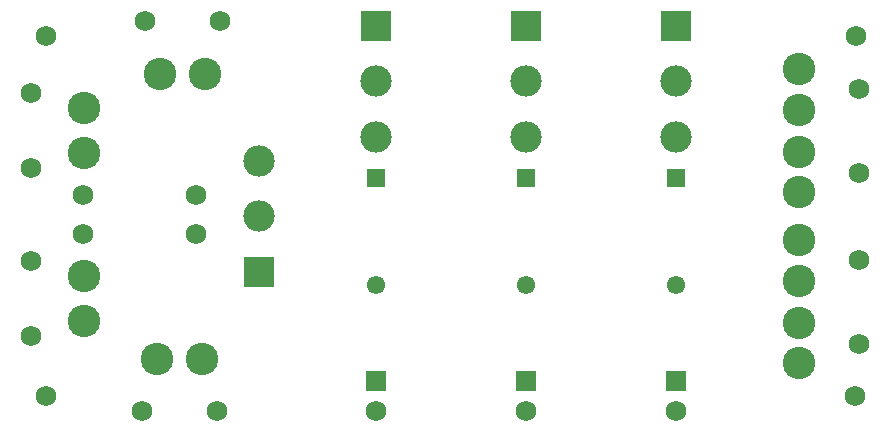
<source format=gbs>
G04*
G04 #@! TF.GenerationSoftware,Altium Limited,Altium Designer,21.2.2 (38)*
G04*
G04 Layer_Color=16711935*
%FSLAX24Y24*%
%MOIN*%
G70*
G04*
G04 #@! TF.SameCoordinates,143DD886-8BEB-4202-99AC-BBB6EA89E434*
G04*
G04*
G04 #@! TF.FilePolarity,Negative*
G04*
G01*
G75*
%ADD13C,0.1045*%
%ADD14R,0.1045X0.1045*%
%ADD15C,0.1080*%
%ADD16C,0.0680*%
%ADD17R,0.0611X0.0611*%
%ADD18C,0.0611*%
%ADD19C,0.0690*%
%ADD20R,0.0690X0.0690*%
D13*
X8600Y9350D02*
D03*
Y7500D02*
D03*
X22500Y10150D02*
D03*
Y12000D02*
D03*
X12500Y10150D02*
D03*
Y12000D02*
D03*
X17500Y10150D02*
D03*
Y12000D02*
D03*
D14*
X8600Y5650D02*
D03*
X22500Y13850D02*
D03*
X12500D02*
D03*
X17500D02*
D03*
D15*
X26600Y6700D02*
D03*
Y5350D02*
D03*
Y3950D02*
D03*
Y2600D02*
D03*
X5300Y12250D02*
D03*
X6800D02*
D03*
X2750Y9600D02*
D03*
Y11100D02*
D03*
X6700Y2750D02*
D03*
X5200D02*
D03*
X26600Y8300D02*
D03*
Y9650D02*
D03*
Y11050D02*
D03*
Y12400D02*
D03*
X2750Y5500D02*
D03*
Y4000D02*
D03*
D16*
X28600Y6050D02*
D03*
Y3250D02*
D03*
X4800Y14000D02*
D03*
X7300D02*
D03*
X1000Y9100D02*
D03*
Y11600D02*
D03*
X7200Y1000D02*
D03*
X4700D02*
D03*
X1500Y1500D02*
D03*
Y13500D02*
D03*
X28500D02*
D03*
X28450Y1500D02*
D03*
X28600Y8950D02*
D03*
Y11750D02*
D03*
X1000Y6000D02*
D03*
Y3500D02*
D03*
D17*
X22500Y8772D02*
D03*
X12500D02*
D03*
X17500D02*
D03*
D18*
X22500Y5228D02*
D03*
X12500D02*
D03*
X17500D02*
D03*
D19*
X6478Y6900D02*
D03*
X2722D02*
D03*
X6478Y8200D02*
D03*
X2722D02*
D03*
X22500Y1000D02*
D03*
X12500D02*
D03*
X17500D02*
D03*
D20*
X22500Y2000D02*
D03*
X12500D02*
D03*
X17500D02*
D03*
M02*

</source>
